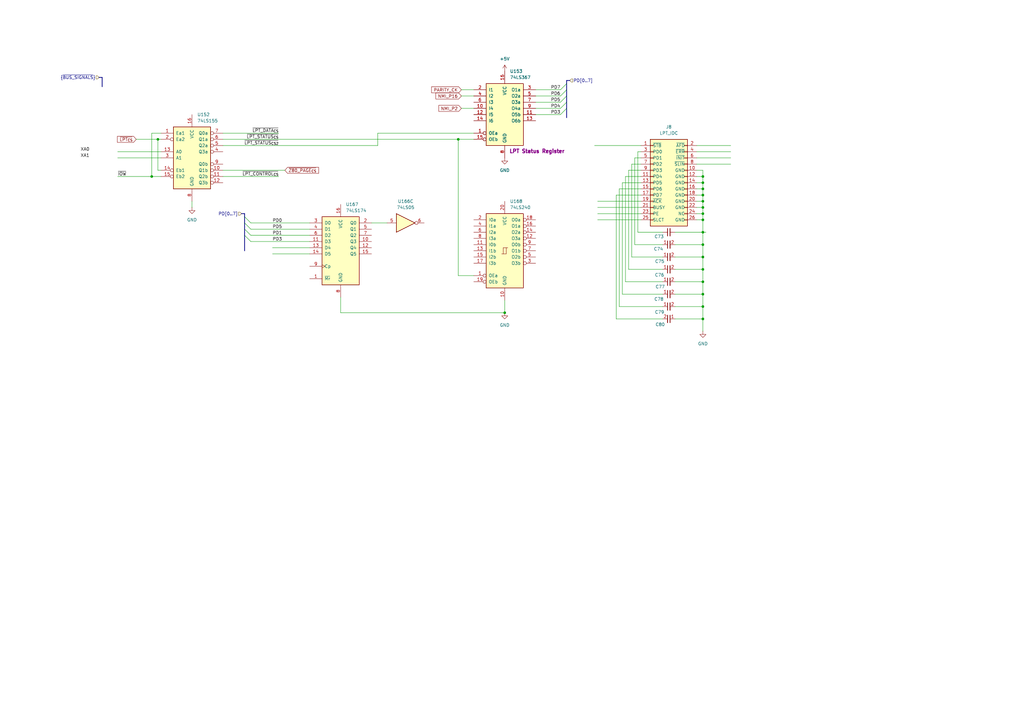
<source format=kicad_sch>
(kicad_sch (version 20250114) (generator "eeschema") (generator_version "9.0")
  (paper "A3")
  (lib_symbols
    (symbol "74xx:74LS05" (pin_names (offset 1.016))
      (property "Reference" "U" (at 0 1.27 0))
      (property "Value" "74LS05" (at 0 -1.27 0))
      (symbol "74LS05_1_0"
        (polyline (pts (xy -3.81 3.81) (xy -3.81 -3.81) (xy 3.81 0) (xy -3.81 3.81)) (stroke (width 0.254)) (fill (type background)))
        (pin input line (at -7.62 0 0) (length 3.81) (name "~") (number "1"))
        (pin open_collector inverted (at 7.62 0 180) (length 3.81) (name "~") (number "2"))
      )
      (symbol "74LS05_2_0"
        (polyline (pts (xy -3.81 3.81) (xy -3.81 -3.81) (xy 3.81 0) (xy -3.81 3.81)) (stroke (width 0.254)) (fill (type background)))
        (pin input line (at -7.62 0 0) (length 3.81) (name "~") (number "3"))
        (pin open_collector inverted (at 7.62 0 180) (length 3.81) (name "~") (number "4"))
      )
      (symbol "74LS05_3_0"
        (polyline (pts (xy -3.81 3.81) (xy -3.81 -3.81) (xy 3.81 0) (xy -3.81 3.81)) (stroke (width 0.254)) (fill (type background)))
        (pin input line (at -7.62 0 0) (length 3.81) (name "~") (number "5"))
        (pin open_collector inverted (at 7.62 0 180) (length 3.81) (name "~") (number "6"))
      )
      (symbol "74LS05_4_0"
        (polyline (pts (xy -3.81 3.81) (xy -3.81 -3.81) (xy 3.81 0) (xy -3.81 3.81)) (stroke (width 0.254)) (fill (type background)))
        (pin input line (at -7.62 0 0) (length 3.81) (name "~") (number "9"))
        (pin open_collector inverted (at 7.62 0 180) (length 3.81) (name "~") (number "8"))
      )
      (symbol "74LS05_5_0"
        (polyline (pts (xy -3.81 3.81) (xy -3.81 -3.81) (xy 3.81 0) (xy -3.81 3.81)) (stroke (width 0.254)) (fill (type background)))
        (pin input line (at -7.62 0 0) (length 3.81) (name "~") (number "11"))
        (pin open_collector inverted (at 7.62 0 180) (length 3.81) (name "~") (number "10"))
      )
      (symbol "74LS05_6_0"
        (polyline (pts (xy -3.81 3.81) (xy -3.81 -3.81) (xy 3.81 0) (xy -3.81 3.81)) (stroke (width 0.254)) (fill (type background)))
        (pin input line (at -7.62 0 0) (length 3.81) (name "~") (number "13"))
        (pin open_collector inverted (at 7.62 0 180) (length 3.81) (name "~") (number "12"))
      )
      (symbol "74LS05_7_0"
        (pin power_in line (at 0 12.7 270) (length 5.08) (name "VCC") (number "14"))
        (pin power_in line (at 0 -12.7 90) (length 5.08) (name "GND") (number "7"))
      )
      (symbol "74LS05_7_1"
        (rectangle (start -5.08 7.62) (end 5.08 -7.62) (stroke (width 0.254)) (fill (type background)))
      )
    )
    (symbol "74xx:74LS155" (pin_names (offset 1.016))
      (property "Reference" "U" (at -7.62 13.97 0))
      (property "Value" "74LS155" (at -7.62 -13.97 0))
      (symbol "74LS155_1_0"
        (pin input line (at -12.7 10.16 0) (length 5.08) (name "Ea1") (number "1"))
        (pin input inverted (at -12.7 7.62 0) (length 5.08) (name "Ea2") (number "2"))
        (pin input line (at -12.7 2.54 0) (length 5.08) (name "A0") (number "13"))
        (pin input line (at -12.7 0 0) (length 5.08) (name "A1") (number "3"))
        (pin input inverted (at -12.7 -5.08 0) (length 5.08) (name "Eb1") (number "14"))
        (pin input inverted (at -12.7 -7.62 0) (length 5.08) (name "Eb2") (number "15"))
        (pin power_in line (at 0 17.78 270) (length 5.08) (name "VCC") (number "16"))
        (pin power_in line (at 0 -17.78 90) (length 5.08) (name "GND") (number "8"))
        (pin output inverted (at 12.7 10.16 180) (length 5.08) (name "Q0a") (number "7"))
        (pin output inverted (at 12.7 7.62 180) (length 5.08) (name "Q1a") (number "6"))
        (pin output inverted (at 12.7 5.08 180) (length 5.08) (name "Q2a") (number "5"))
        (pin output inverted (at 12.7 2.54 180) (length 5.08) (name "Q3a") (number "4"))
        (pin output inverted (at 12.7 -2.54 180) (length 5.08) (name "Q0b") (number "9"))
        (pin output inverted (at 12.7 -5.08 180) (length 5.08) (name "Q1b") (number "10"))
        (pin output inverted (at 12.7 -7.62 180) (length 5.08) (name "Q2b") (number "11"))
        (pin output inverted (at 12.7 -10.16 180) (length 5.08) (name "Q3b") (number "12"))
      )
      (symbol "74LS155_1_1"
        (rectangle (start -7.62 12.7) (end 7.62 -12.7) (stroke (width 0.254)) (fill (type background)))
      )
    )
    (symbol "74xx:74LS174" (pin_names (offset 1.016))
      (property "Reference" "U" (at -7.62 13.97 0))
      (property "Value" "74LS174" (at -7.62 -16.51 0))
      (symbol "74LS174_1_0"
        (pin input line (at -12.7 10.16 0) (length 5.08) (name "D0") (number "3"))
        (pin input line (at -12.7 7.62 0) (length 5.08) (name "D1") (number "4"))
        (pin input line (at -12.7 5.08 0) (length 5.08) (name "D2") (number "6"))
        (pin input line (at -12.7 2.54 0) (length 5.08) (name "D3") (number "11"))
        (pin input line (at -12.7 0 0) (length 5.08) (name "D4") (number "13"))
        (pin input line (at -12.7 -2.54 0) (length 5.08) (name "D5") (number "14"))
        (pin input clock (at -12.7 -7.62 0) (length 5.08) (name "Cp") (number "9"))
        (pin input line (at -12.7 -12.7 0) (length 5.08) (name "~{Mr}") (number "1"))
        (pin power_in line (at 0 17.78 270) (length 5.08) (name "VCC") (number "16"))
        (pin power_in line (at 0 -20.32 90) (length 5.08) (name "GND") (number "8"))
        (pin output line (at 12.7 10.16 180) (length 5.08) (name "Q0") (number "2"))
        (pin output line (at 12.7 7.62 180) (length 5.08) (name "Q1") (number "5"))
        (pin output line (at 12.7 5.08 180) (length 5.08) (name "Q2") (number "7"))
        (pin output line (at 12.7 2.54 180) (length 5.08) (name "Q3") (number "10"))
        (pin output line (at 12.7 0 180) (length 5.08) (name "Q4") (number "12"))
        (pin output line (at 12.7 -2.54 180) (length 5.08) (name "Q5") (number "15"))
      )
      (symbol "74LS174_1_1"
        (rectangle (start -7.62 12.7) (end 7.62 -15.24) (stroke (width 0.254)) (fill (type background)))
      )
    )
    (symbol "74xx:74LS240" (pin_names (offset 1.016))
      (property "Reference" "U" (at -7.62 16.51 0))
      (property "Value" "74LS240" (at -7.62 -16.51 0))
      (symbol "74LS240_1_0"
        (polyline (pts (xy -1.27 -1.27) (xy 0.635 -1.27) (xy 0.635 1.27) (xy 1.27 1.27)))
        (polyline (pts (xy -0.635 -1.27) (xy -0.635 1.27) (xy 0.635 1.27)))
        (pin input line (at -12.7 12.7 0) (length 5.08) (name "I0a") (number "2"))
        (pin input line (at -12.7 10.16 0) (length 5.08) (name "I1a") (number "4"))
        (pin input line (at -12.7 7.62 0) (length 5.08) (name "I2a") (number "6"))
        (pin input line (at -12.7 5.08 0) (length 5.08) (name "I3a") (number "8"))
        (pin input line (at -12.7 2.54 0) (length 5.08) (name "I0b") (number "11"))
        (pin input line (at -12.7 0 0) (length 5.08) (name "I1b") (number "13"))
        (pin input line (at -12.7 -2.54 0) (length 5.08) (name "I2b") (number "15"))
        (pin input line (at -12.7 -5.08 0) (length 5.08) (name "I3b") (number "17"))
        (pin input inverted (at -12.7 -10.16 0) (length 5.08) (name "OEa") (number "1"))
        (pin input inverted (at -12.7 -12.7 0) (length 5.08) (name "OEb") (number "19"))
        (pin power_in line (at 0 20.32 270) (length 5.08) (name "VCC") (number "20"))
        (pin power_in line (at 0 -20.32 90) (length 5.08) (name "GND") (number "10"))
        (pin tri_state inverted (at 12.7 12.7 180) (length 5.08) (name "O0a") (number "18"))
        (pin tri_state inverted (at 12.7 10.16 180) (length 5.08) (name "O1a") (number "16"))
        (pin tri_state inverted (at 12.7 7.62 180) (length 5.08) (name "O2a") (number "14"))
        (pin tri_state inverted (at 12.7 5.08 180) (length 5.08) (name "O3a") (number "12"))
        (pin tri_state inverted (at 12.7 2.54 180) (length 5.08) (name "O0b") (number "9"))
        (pin tri_state inverted (at 12.7 0 180) (length 5.08) (name "O1b") (number "7"))
        (pin tri_state inverted (at 12.7 -2.54 180) (length 5.08) (name "O2b") (number "5"))
        (pin tri_state inverted (at 12.7 -5.08 180) (length 5.08) (name "O3b") (number "3"))
      )
      (symbol "74LS240_1_1"
        (rectangle (start -7.62 15.24) (end 7.62 -15.24) (stroke (width 0.254)) (fill (type background)))
      )
    )
    (symbol "74xx:74LS367" (pin_names (offset 1.016))
      (property "Reference" "U" (at -7.62 13.97 0))
      (property "Value" "74LS367" (at -7.62 -13.97 0))
      (symbol "74LS367_1_0"
        (pin input line (at -12.7 10.16 0) (length 5.08) (name "I1") (number "2"))
        (pin input line (at -12.7 7.62 0) (length 5.08) (name "I2") (number "4"))
        (pin input line (at -12.7 5.08 0) (length 5.08) (name "I3") (number "6"))
        (pin input line (at -12.7 2.54 0) (length 5.08) (name "I4") (number "10"))
        (pin input line (at -12.7 0 0) (length 5.08) (name "I5") (number "12"))
        (pin input line (at -12.7 -2.54 0) (length 5.08) (name "I6") (number "14"))
        (pin input inverted (at -12.7 -7.62 0) (length 5.08) (name "OEa") (number "1"))
        (pin input inverted (at -12.7 -10.16 0) (length 5.08) (name "OEb") (number "15"))
        (pin power_in line (at 0 17.78 270) (length 5.08) (name "VCC") (number "16"))
        (pin power_in line (at 0 -17.78 90) (length 5.08) (name "GND") (number "8"))
        (pin tri_state line (at 12.7 10.16 180) (length 5.08) (name "O1a") (number "3"))
        (pin tri_state line (at 12.7 7.62 180) (length 5.08) (name "O2a") (number "5"))
        (pin tri_state line (at 12.7 5.08 180) (length 5.08) (name "O3a") (number "7"))
        (pin tri_state line (at 12.7 2.54 180) (length 5.08) (name "O4a") (number "9"))
        (pin tri_state line (at 12.7 0 180) (length 5.08) (name "O5b") (number "11"))
        (pin tri_state line (at 12.7 -2.54 180) (length 5.08) (name "O6b") (number "13"))
      )
      (symbol "74LS367_1_1"
        (rectangle (start -7.62 12.7) (end 7.62 -12.7) (stroke (width 0.254)) (fill (type background)))
      )
    )
    (symbol "C_Small_1" (pin_names (offset 0.254) (hide yes))
      (property "Reference" "C" (at 0.254 1.778 0))
      (property "Value" "C_Small" (at 0.254 -2.032 0))
      (symbol "C_Small_1_0_1"
        (polyline (pts (xy -1.524 0.508) (xy 1.524 0.508)) (stroke (width 0.3048)))
        (polyline (pts (xy -1.524 -0.508) (xy 1.524 -0.508)) (stroke (width 0.3302)))
      )
      (symbol "C_Small_1_1_1"
        (pin passive line (at 0 2.54 270) (length 2.032) (name "~") (number "1"))
        (pin passive line (at 0 -2.54 90) (length 2.032) (name "~") (number "2"))
      )
    )
    (symbol "C_Small_2" (pin_names (offset 0.254) (hide yes))
      (property "Reference" "C" (at 0.254 1.778 0))
      (property "Value" "C_Small" (at 0.254 -2.032 0))
      (symbol "C_Small_2_0_1"
        (polyline (pts (xy -1.524 0.508) (xy 1.524 0.508)) (stroke (width 0.3048)))
        (polyline (pts (xy -1.524 -0.508) (xy 1.524 -0.508)) (stroke (width 0.3302)))
      )
      (symbol "C_Small_2_1_1"
        (pin passive line (at 0 2.54 270) (length 2.032) (name "~") (number "1"))
        (pin passive line (at 0 -2.54 90) (length 2.032) (name "~") (number "2"))
      )
    )
    (symbol "C_Small_3" (pin_names (offset 0.254) (hide yes))
      (property "Reference" "C" (at 0.254 1.778 0))
      (property "Value" "C_Small" (at 0.254 -2.032 0))
      (symbol "C_Small_3_0_1"
        (polyline (pts (xy -1.524 0.508) (xy 1.524 0.508)) (stroke (width 0.3048)))
        (polyline (pts (xy -1.524 -0.508) (xy 1.524 -0.508)) (stroke (width 0.3302)))
      )
      (symbol "C_Small_3_1_1"
        (pin passive line (at 0 2.54 270) (length 2.032) (name "~") (number "1"))
        (pin passive line (at 0 -2.54 90) (length 2.032) (name "~") (number "2"))
      )
    )
    (symbol "C_Small_4" (pin_names (offset 0.254) (hide yes))
      (property "Reference" "C" (at 0.254 1.778 0))
      (property "Value" "C_Small" (at 0.254 -2.032 0))
      (symbol "C_Small_4_0_1"
        (polyline (pts (xy -1.524 0.508) (xy 1.524 0.508)) (stroke (width 0.3048)))
        (polyline (pts (xy -1.524 -0.508) (xy 1.524 -0.508)) (stroke (width 0.3302)))
      )
      (symbol "C_Small_4_1_1"
        (pin passive line (at 0 2.54 270) (length 2.032) (name "~") (number "1"))
        (pin passive line (at 0 -2.54 90) (length 2.032) (name "~") (number "2"))
      )
    )
    (symbol "C_Small_5" (pin_names (offset 0.254) (hide yes))
      (property "Reference" "C" (at 0.254 1.778 0))
      (property "Value" "C_Small" (at 0.254 -2.032 0))
      (symbol "C_Small_5_0_1"
        (polyline (pts (xy -1.524 0.508) (xy 1.524 0.508)) (stroke (width 0.3048)))
        (polyline (pts (xy -1.524 -0.508) (xy 1.524 -0.508)) (stroke (width 0.3302)))
      )
      (symbol "C_Small_5_1_1"
        (pin passive line (at 0 2.54 270) (length 2.032) (name "~") (number "1"))
        (pin passive line (at 0 -2.54 90) (length 2.032) (name "~") (number "2"))
      )
    )
    (symbol "C_Small_6" (pin_names (offset 0.254) (hide yes))
      (property "Reference" "C" (at 0.254 1.778 0))
      (property "Value" "C_Small" (at 0.254 -2.032 0))
      (symbol "C_Small_6_0_1"
        (polyline (pts (xy -1.524 0.508) (xy 1.524 0.508)) (stroke (width 0.3048)))
        (polyline (pts (xy -1.524 -0.508) (xy 1.524 -0.508)) (stroke (width 0.3302)))
      )
      (symbol "C_Small_6_1_1"
        (pin passive line (at 0 2.54 270) (length 2.032) (name "~") (number "1"))
        (pin passive line (at 0 -2.54 90) (length 2.032) (name "~") (number "2"))
      )
    )
    (symbol "C_Small_7" (pin_names (offset 0.254) (hide yes))
      (property "Reference" "C" (at 0.254 1.778 0))
      (property "Value" "C_Small" (at 0.254 -2.032 0))
      (symbol "C_Small_7_0_1"
        (polyline (pts (xy -1.524 0.508) (xy 1.524 0.508)) (stroke (width 0.3048)))
        (polyline (pts (xy -1.524 -0.508) (xy 1.524 -0.508)) (stroke (width 0.3302)))
      )
      (symbol "C_Small_7_1_1"
        (pin passive line (at 0 2.54 270) (length 2.032) (name "~") (number "1"))
        (pin passive line (at 0 -2.54 90) (length 2.032) (name "~") (number "2"))
      )
    )
    (symbol "Device:C_Small" (pin_numbers (hide yes)) (pin_names (offset 0.254) (hide yes))
      (property "Reference" "C" (at 0.254 1.778 0))
      (property "Value" "C_Small" (at 0.254 -2.032 0))
      (symbol "C_Small_0_1"
        (polyline (pts (xy -1.524 0.508) (xy 1.524 0.508)) (stroke (width 0.3048)))
        (polyline (pts (xy -1.524 -0.508) (xy 1.524 -0.508)) (stroke (width 0.3302)))
      )
      (symbol "C_Small_1_1"
        (pin passive line (at 0 2.54 270) (length 2.032) (name "~") (number "1"))
        (pin passive line (at 0 -2.54 90) (length 2.032) (name "~") (number "2"))
      )
    )
    (symbol "power:+5V" (power) (pin_numbers (hide yes)) (pin_names (offset 0) (hide yes))
      (property "Value" "+5V" (at 0 3.556 0))
      (symbol "+5V_0_1"
        (polyline (pts (xy -0.762 1.27) (xy 0 2.54)))
        (polyline (pts (xy 0 2.54) (xy 0.762 1.27)))
        (polyline (pts (xy 0 0) (xy 0 2.54)))
      )
      (symbol "+5V_1_1"
        (pin power_in line (at 0 0 90) (length 0) (name "~") (number "1"))
      )
    )
    (symbol "power:GND" (power) (pin_numbers (hide yes)) (pin_names (offset 0) (hide yes))
      (property "Value" "GND" (at 0 -3.81 0))
      (symbol "GND_0_1"
        (polyline (pts (xy 0 0) (xy 0 -1.27) (xy 1.27 -1.27) (xy 0 -2.54) (xy -1.27 -1.27) (xy 0 -1.27)))
      )
      (symbol "GND_1_1"
        (pin power_in line (at 0 0 270) (length 0) (name "~") (number "1"))
      )
    )
    (symbol "seequa:LPT_IDC" (pin_names (offset 1.016))
      (property "Reference" "J" (at 0 19.558 0))
      (property "Value" "LPT_IDC" (at -0.254 -19.558 0))
      (symbol "LPT_IDC_1_1"
        (rectangle (start -7.62 17.78) (end 7.62 -17.78) (stroke (width 0.254)) (fill (type background)))
        (rectangle (start -7.62 15.367) (end -6.35 15.113) (stroke (width 0.1524)))
        (rectangle (start -7.62 12.827) (end -6.35 12.573) (stroke (width 0.1524)))
        (rectangle (start -7.62 10.287) (end -6.35 10.033) (stroke (width 0.1524)))
        (rectangle (start -7.62 7.747) (end -6.35 7.493) (stroke (width 0.1524)))
        (rectangle (start -7.62 5.207) (end -6.35 4.953) (stroke (width 0.1524)))
        (rectangle (start -7.62 2.667) (end -6.35 2.413) (stroke (width 0.1524)))
        (rectangle (start -7.62 0.127) (end -6.35 -0.127) (stroke (width 0.1524)))
        (rectangle (start -7.62 -2.413) (end -6.35 -2.667) (stroke (width 0.1524)))
        (rectangle (start -7.62 -4.953) (end -6.35 -5.207) (stroke (width 0.1524)))
        (rectangle (start -7.62 -7.493) (end -6.35 -7.747) (stroke (width 0.1524)))
        (rectangle (start -7.62 -10.033) (end -6.35 -10.287) (stroke (width 0.1524)))
        (rectangle (start -7.62 -12.573) (end -6.35 -12.827) (stroke (width 0.1524)))
        (rectangle (start -7.62 -15.113) (end -6.35 -15.367) (stroke (width 0.1524)))
        (rectangle (start 6.35 15.367) (end 7.62 15.113) (stroke (width 0.1524)))
        (rectangle (start 7.62 12.827) (end 6.35 12.573) (stroke (width 0.1524)))
        (rectangle (start 7.62 10.287) (end 6.35 10.033) (stroke (width 0.1524)))
        (rectangle (start 7.62 7.747) (end 6.35 7.493) (stroke (width 0.1524)))
        (rectangle (start 7.62 5.207) (end 6.35 4.953) (stroke (width 0.1524)))
        (rectangle (start 7.62 2.667) (end 6.35 2.413) (stroke (width 0.1524)))
        (rectangle (start 7.62 0.127) (end 6.35 -0.127) (stroke (width 0.1524)))
        (rectangle (start 7.62 -2.413) (end 6.35 -2.667) (stroke (width 0.1524)))
        (rectangle (start 7.62 -4.953) (end 6.35 -5.207) (stroke (width 0.1524)))
        (rectangle (start 7.62 -7.493) (end 6.35 -7.747) (stroke (width 0.1524)))
        (rectangle (start 7.62 -10.033) (end 6.35 -10.287) (stroke (width 0.1524)))
        (rectangle (start 7.62 -12.573) (end 6.35 -12.827) (stroke (width 0.1524)))
        (rectangle (start 7.62 -15.113) (end 6.35 -15.367) (stroke (width 0.1524)))
        (pin output line (at -11.43 15.24 0) (length 3.81) (name "~{STB}") (number "1"))
        (pin bidirectional line (at -11.43 12.7 0) (length 3.81) (name "PD0") (number "3"))
        (pin bidirectional line (at -11.43 10.16 0) (length 3.81) (name "PD1") (number "5"))
        (pin bidirectional line (at -11.43 7.62 0) (length 3.81) (name "PD2") (number "7"))
        (pin bidirectional line (at -11.43 5.08 0) (length 3.81) (name "PD3") (number "9"))
        (pin bidirectional line (at -11.43 2.54 0) (length 3.81) (name "PD4") (number "11"))
        (pin bidirectional line (at -11.43 0 0) (length 3.81) (name "PD5") (number "13"))
        (pin bidirectional line (at -11.43 -2.54 0) (length 3.81) (name "PD6") (number "15"))
        (pin bidirectional line (at -11.43 -5.08 0) (length 3.81) (name "PD7") (number "17"))
        (pin input line (at -11.43 -7.62 0) (length 3.81) (name "~{ACK}") (number "19"))
        (pin input line (at -11.43 -10.16 0) (length 3.81) (name "BUSY") (number "21"))
        (pin input line (at -11.43 -12.7 0) (length 3.81) (name "PE") (number "23"))
        (pin input line (at -11.43 -15.24 0) (length 3.81) (name "SLCT") (number "25"))
        (pin output line (at 11.43 15.24 180) (length 3.81) (name "~{AFD}") (number "2"))
        (pin input line (at 11.43 12.7 180) (length 3.81) (name "~{ERR}") (number "4"))
        (pin output line (at 11.43 10.16 180) (length 3.81) (name "~{INIT}") (number "6"))
        (pin output line (at 11.43 7.62 180) (length 3.81) (name "~{SLIN}") (number "8"))
        (pin power_in line (at 11.43 5.08 180) (length 3.81) (name "GND") (number "10"))
        (pin power_in line (at 11.43 2.54 180) (length 3.81) (name "GND") (number "12"))
        (pin power_in line (at 11.43 0 180) (length 3.81) (name "GND") (number "14"))
        (pin power_in line (at 11.43 -2.54 180) (length 3.81) (name "GND") (number "16"))
        (pin power_in line (at 11.43 -5.08 180) (length 3.81) (name "GND") (number "18"))
        (pin power_in line (at 11.43 -7.62 180) (length 3.81) (name "GND") (number "20"))
        (pin power_in line (at 11.43 -10.16 180) (length 3.81) (name "GND") (number "22"))
        (pin passive line (at 11.43 -12.7 180) (length 3.81) (name "NC") (number "24"))
        (pin power_in line (at 11.43 -15.24 180) (length 3.81) (name "GND") (number "26"))
      )
    )
  )
  (junction (at 207.01 128.27))
  (junction (at 288.29 105.41))
  (junction (at 62.23 72.39))
  (junction (at 288.29 82.55))
  (junction (at 288.29 87.63))
  (junction (at 288.29 85.09))
  (junction (at 288.29 130.81))
  (junction (at 64.77 57.15))
  (junction (at 288.29 74.93))
  (junction (at 187.96 57.15))
  (junction (at 288.29 90.17))
  (junction (at 288.29 125.73))
  (junction (at 288.29 77.47))
  (junction (at 288.29 95.25))
  (junction (at 288.29 120.65))
  (junction (at 288.29 110.49))
  (junction (at 288.29 72.39))
  (junction (at 288.29 80.01))
  (junction (at 288.29 100.33))
  (junction (at 288.29 115.57))
  (bus_entry (at 232.41 39.37) (size -2.54 2.54))
  (bus_entry (at 232.41 36.83) (size -2.54 2.54))
  (bus_entry (at 100.33 96.52) (size 2.54 2.54))
  (bus_entry (at 229.87 46.99) (size 2.54 -2.54))
  (bus_entry (at 100.33 91.44) (size 2.54 2.54))
  (bus_entry (at 232.41 34.29) (size -2.54 2.54))
  (bus_entry (at 232.41 41.91) (size -2.54 2.54))
  (bus_entry (at 100.33 88.9) (size 2.54 2.54))
  (bus_entry (at 100.33 93.98) (size 2.54 2.54))
  (wire (pts (xy 288.29 95.25) (xy 276.86 95.25)))
  (wire (pts (xy 288.29 90.17) (xy 288.29 95.25)))
  (bus (pts (xy 232.41 34.29) (xy 232.41 36.83)))
  (wire (pts (xy 91.44 57.15) (xy 187.96 57.15)))
  (wire (pts (xy 91.44 72.39) (xy 114.3 72.39)))
  (wire (pts (xy 288.29 74.93) (xy 288.29 77.47)))
  (wire (pts (xy 285.75 87.63) (xy 288.29 87.63)))
  (wire (pts (xy 288.29 80.01) (xy 288.29 82.55)))
  (wire (pts (xy 288.29 74.93) (xy 285.75 74.93)))
  (wire (pts (xy 261.62 62.23) (xy 261.62 95.25)))
  (bus (pts (xy 100.33 96.52) (xy 100.33 102.87)))
  (wire (pts (xy 285.75 67.31) (xy 299.72 67.31)))
  (wire (pts (xy 91.44 54.61) (xy 114.3 54.61)))
  (wire (pts (xy 288.29 120.65) (xy 276.86 120.65)))
  (wire (pts (xy 252.73 130.81) (xy 252.73 80.01)))
  (wire (pts (xy 262.89 85.09) (xy 245.11 85.09)))
  (wire (pts (xy 271.78 115.57) (xy 256.54 115.57)))
  (wire (pts (xy 62.23 72.39) (xy 66.04 72.39)))
  (wire (pts (xy 288.29 82.55) (xy 285.75 82.55)))
  (wire (pts (xy 288.29 72.39) (xy 285.75 72.39)))
  (wire (pts (xy 189.23 36.83) (xy 194.31 36.83)))
  (wire (pts (xy 219.71 36.83) (xy 229.87 36.83)))
  (wire (pts (xy 62.23 54.61) (xy 66.04 54.61)))
  (wire (pts (xy 288.29 87.63) (xy 288.29 90.17)))
  (wire (pts (xy 66.04 57.15) (xy 64.77 57.15)))
  (wire (pts (xy 288.29 100.33) (xy 276.86 100.33)))
  (bus (pts (xy 232.41 44.45) (xy 232.41 48.26)))
  (wire (pts (xy 288.29 72.39) (xy 288.29 74.93)))
  (wire (pts (xy 48.26 72.39) (xy 62.23 72.39)))
  (wire (pts (xy 187.96 113.03) (xy 194.31 113.03)))
  (wire (pts (xy 152.4 91.44) (xy 158.75 91.44)))
  (wire (pts (xy 285.75 64.77) (xy 299.72 64.77)))
  (wire (pts (xy 271.78 125.73) (xy 254 125.73)))
  (wire (pts (xy 255.27 120.65) (xy 255.27 74.93)))
  (wire (pts (xy 285.75 59.69) (xy 299.72 59.69)))
  (bus (pts (xy 40.64 31.75) (xy 41.91 31.75)))
  (wire (pts (xy 262.89 62.23) (xy 261.62 62.23)))
  (wire (pts (xy 48.26 64.77) (xy 66.04 64.77)))
  (wire (pts (xy 285.75 62.23) (xy 299.72 62.23)))
  (wire (pts (xy 139.7 121.92) (xy 139.7 128.27)))
  (wire (pts (xy 288.29 130.81) (xy 276.86 130.81)))
  (wire (pts (xy 288.29 110.49) (xy 288.29 115.57)))
  (bus (pts (xy 233.68 33.02) (xy 232.41 33.02)))
  (wire (pts (xy 189.23 44.45) (xy 194.31 44.45)))
  (wire (pts (xy 271.78 130.81) (xy 252.73 130.81)))
  (wire (pts (xy 288.29 110.49) (xy 276.86 110.49)))
  (wire (pts (xy 288.29 77.47) (xy 285.75 77.47)))
  (wire (pts (xy 288.29 105.41) (xy 288.29 110.49)))
  (wire (pts (xy 262.89 87.63) (xy 245.11 87.63)))
  (wire (pts (xy 91.44 69.85) (xy 116.84 69.85)))
  (bus (pts (xy 100.33 91.44) (xy 100.33 93.98)))
  (wire (pts (xy 288.29 82.55) (xy 288.29 85.09)))
  (wire (pts (xy 259.08 105.41) (xy 259.08 67.31)))
  (wire (pts (xy 256.54 115.57) (xy 256.54 72.39)))
  (wire (pts (xy 154.94 54.61) (xy 194.31 54.61)))
  (wire (pts (xy 64.77 69.85) (xy 66.04 69.85)))
  (wire (pts (xy 271.78 105.41) (xy 259.08 105.41)))
  (wire (pts (xy 189.23 39.37) (xy 194.31 39.37)))
  (bus (pts (xy 100.33 88.9) (xy 100.33 91.44)))
  (wire (pts (xy 288.29 77.47) (xy 288.29 80.01)))
  (wire (pts (xy 219.71 41.91) (xy 229.87 41.91)))
  (wire (pts (xy 257.81 110.49) (xy 257.81 69.85)))
  (wire (pts (xy 262.89 64.77) (xy 260.35 64.77)))
  (bus (pts (xy 232.41 33.02) (xy 232.41 34.29)))
  (wire (pts (xy 55.88 57.15) (xy 64.77 57.15)))
  (wire (pts (xy 254 125.73) (xy 254 77.47)))
  (wire (pts (xy 48.26 62.23) (xy 66.04 62.23)))
  (wire (pts (xy 262.89 82.55) (xy 245.11 82.55)))
  (wire (pts (xy 289.56 95.25) (xy 288.29 95.25)))
  (wire (pts (xy 260.35 64.77) (xy 260.35 100.33)))
  (wire (pts (xy 271.78 110.49) (xy 257.81 110.49)))
  (wire (pts (xy 288.29 85.09) (xy 285.75 85.09)))
  (bus (pts (xy 232.41 39.37) (xy 232.41 41.91)))
  (wire (pts (xy 102.87 91.44) (xy 127 91.44)))
  (wire (pts (xy 91.44 59.69) (xy 154.94 59.69)))
  (wire (pts (xy 288.29 85.09) (xy 288.29 87.63)))
  (wire (pts (xy 252.73 80.01) (xy 262.89 80.01)))
  (wire (pts (xy 102.87 96.52) (xy 127 96.52)))
  (wire (pts (xy 271.78 120.65) (xy 255.27 120.65)))
  (wire (pts (xy 261.62 95.25) (xy 271.78 95.25)))
  (wire (pts (xy 288.29 69.85) (xy 288.29 72.39)))
  (wire (pts (xy 288.29 100.33) (xy 288.29 105.41)))
  (wire (pts (xy 288.29 69.85) (xy 285.75 69.85)))
  (wire (pts (xy 255.27 74.93) (xy 262.89 74.93)))
  (bus (pts (xy 99.06 87.63) (xy 100.33 87.63)))
  (wire (pts (xy 288.29 115.57) (xy 288.29 120.65)))
  (wire (pts (xy 259.08 67.31) (xy 262.89 67.31)))
  (wire (pts (xy 154.94 59.69) (xy 154.94 54.61)))
  (wire (pts (xy 257.81 69.85) (xy 262.89 69.85)))
  (wire (pts (xy 194.31 57.15) (xy 187.96 57.15)))
  (wire (pts (xy 288.29 80.01) (xy 285.75 80.01)))
  (bus (pts (xy 100.33 93.98) (xy 100.33 96.52)))
  (wire (pts (xy 262.89 90.17) (xy 245.11 90.17)))
  (wire (pts (xy 288.29 105.41) (xy 276.86 105.41)))
  (wire (pts (xy 288.29 120.65) (xy 288.29 125.73)))
  (wire (pts (xy 256.54 72.39) (xy 262.89 72.39)))
  (wire (pts (xy 219.71 39.37) (xy 229.87 39.37)))
  (wire (pts (xy 139.7 128.27) (xy 207.01 128.27)))
  (wire (pts (xy 288.29 115.57) (xy 276.86 115.57)))
  (wire (pts (xy 288.29 125.73) (xy 288.29 130.81)))
  (bus (pts (xy 232.41 36.83) (xy 232.41 39.37)))
  (wire (pts (xy 64.77 57.15) (xy 64.77 69.85)))
  (wire (pts (xy 288.29 90.17) (xy 285.75 90.17)))
  (wire (pts (xy 288.29 125.73) (xy 276.86 125.73)))
  (wire (pts (xy 207.01 128.27) (xy 207.01 123.19)))
  (wire (pts (xy 62.23 72.39) (xy 62.23 54.61)))
  (wire (pts (xy 254 77.47) (xy 262.89 77.47)))
  (wire (pts (xy 102.87 99.06) (xy 127 99.06)))
  (wire (pts (xy 219.71 46.99) (xy 229.87 46.99)))
  (wire (pts (xy 219.71 44.45) (xy 229.87 44.45)))
  (wire (pts (xy 78.74 85.09) (xy 78.74 82.55)))
  (wire (pts (xy 111.76 101.6) (xy 127 101.6)))
  (wire (pts (xy 187.96 57.15) (xy 187.96 113.03)))
  (wire (pts (xy 243.84 59.69) (xy 262.89 59.69)))
  (bus (pts (xy 232.41 41.91) (xy 232.41 44.45)))
  (wire (pts (xy 260.35 100.33) (xy 271.78 100.33)))
  (bus (pts (xy 41.91 31.75) (xy 41.91 35.56)))
  (wire (pts (xy 288.29 130.81) (xy 288.29 135.89)))
  (wire (pts (xy 288.29 95.25) (xy 288.29 100.33)))
  (wire (pts (xy 111.76 104.14) (xy 127 104.14)))
  (bus (pts (xy 100.33 87.63) (xy 100.33 88.9)))
  (wire (pts (xy 102.87 93.98) (xy 127 93.98)))
  (label "~{LPT_STATUS_{CS}}" (at 114.3 57.15 180))
  (label "PD5" (at 111.76 93.98 0))
  (label "PD0" (at 111.76 91.44 0))
  (label "XA1" (at 33.02 64.77 0))
  (label "PD7" (at 229.87 36.83 180))
  (label "~{LPT_CONTROL_{CS}}" (at 114.3 72.39 180))
  (label "PD3" (at 111.76 99.06 0))
  (label "PD4" (at 229.87 44.45 180))
  (label "PD5" (at 229.87 41.91 180))
  (label "~{LPT_STATUS_{CS2}}" (at 114.3 59.69 180))
  (label "XA0" (at 33.02 62.23 0))
  (label "~{IOW}" (at 48.26 72.39 0))
  (label "PD3" (at 229.87 46.99 180))
  (label "PD6" (at 229.87 39.37 180))
  (label "~{LPT_DATA_{CS}}" (at 114.3 54.61 180))
  (label "PD1" (at 111.76 96.52 0))
  (global_label "NMI_P16" (shape input) (at 189.23 39.37 180) (property "Intersheetrefs" "${INTERSHEET_REFS}" (effects (hide yes))))
  (global_label "~{Z80_PAGE_{CS}}" (shape input) (at 116.84 69.85 0) (property "Intersheetrefs" "${INTERSHEET_REFS}" (effects (hide yes))))
  (global_label "PARITY_CK" (shape input) (at 189.23 36.83 180) (property "Intersheetrefs" "${INTERSHEET_REFS}" (effects (hide yes))))
  (global_label "NMI_P2" (shape input) (at 189.23 44.45 180) (property "Intersheetrefs" "${INTERSHEET_REFS}" (effects (hide yes))))
  (global_label "~{LPT_{CS}}" (shape input) (at 55.88 57.15 180) (property "Intersheetrefs" "${INTERSHEET_REFS}" (effects (hide yes))))
  (hierarchical_label "{~{BUS_SIGNALS}}" (shape input) (at 40.64 31.75 180))
  (hierarchical_label "PD[0..7]" (shape input) (at 233.68 33.02 0))
  (hierarchical_label "PD[0..7]" (shape input) (at 99.06 87.63 180))
  (symbol (lib_name "C_Small_3") (lib_id "Device:C_Small") (at 274.32 110.49 90) (unit 1)
    (property "Reference" "C76" (at 270.51 112.776 90))
    (property "Value" "C_Small" (effects (hide yes)))
    (property "Footprint" "seequa_footprints:C_Seequa_Filter_6mm" (effects (hide yes)))
    (property "Description" "Unpolarized capacitor, small symbol" (effects (hide yes)))
  )
  (symbol (lib_id "power:GND") (at 78.74 85.09 0) (unit 1)
    (property "Reference" "#PWR092" (effects (hide yes)))
    (property "Value" "GND" (at 78.74 90.17 0))
    (property "Description" "Power symbol creates a global label with name \"GND\" , ground" (effects (hide yes)))
  )
  (symbol (lib_name "C_Small_2") (lib_id "Device:C_Small") (at 274.32 100.33 90) (unit 1)
    (property "Reference" "C74" (at 272.034 102.108 90) (effects (justify left)))
    (property "Value" "C_Small" (effects (hide yes)))
    (property "Footprint" "seequa_footprints:C_Seequa_Filter_6mm" (effects (hide yes)))
    (property "Description" "Unpolarized capacitor, small symbol" (effects (hide yes)))
  )
  (symbol (lib_id "power:GND") (at 207.01 128.27 0) (unit 1)
    (property "Reference" "#PWR0111" (effects (hide yes)))
    (property "Value" "GND" (at 207.01 133.35 0))
    (property "Description" "Power symbol creates a global label with name \"GND\" , ground" (effects (hide yes)))
  )
  (symbol (lib_name "C_Small_4") (lib_id "Device:C_Small") (at 274.32 105.41 90) (unit 1)
    (property "Reference" "C75" (at 272.542 107.188 90) (effects (justify left)))
    (property "Value" "C_Small" (effects (hide yes)))
    (property "Footprint" "seequa_footprints:C_Seequa_Filter_6mm" (effects (hide yes)))
    (property "Description" "Unpolarized capacitor, small symbol" (effects (hide yes)))
  )
  (symbol (lib_id "74xx:74LS367") (at 207.01 46.99 0) (unit 1)
    (property "Reference" "U153" (at 209.1533 29.21 0) (effects (justify left)))
    (property "Value" "74LS367" (at 209.1533 31.75 0) (effects (justify left)))
    (property "Footprint" "Package_DIP:DIP-16_W7.62mm" (effects (hide yes)))
    (property "Datasheet" "http://www.ti.com/lit/gpn/sn74LS367" (effects (hide yes)))
    (property "Description" "Hex Bus Driver 3-state outputs" (effects (hide yes)))
    (property "seq_partno" "M74LS367AP" (effects (hide yes)))
    (property "seq_silkscreen" "LS367" (effects (hide yes)))
    (property "seq_notes" "LPT Status Register" (at 208.788 61.976 0) (effects (font (size 1.5 1.5) (thickness 0.3) (bold yes)) (justify left)))
  )
  (symbol (lib_id "74xx:74LS155") (at 78.74 64.77 0) (unit 1)
    (property "Reference" "U152" (at 80.8833 46.99 0) (effects (justify left)))
    (property "Value" "74LS155" (at 80.8833 49.53 0) (effects (justify left)))
    (property "Footprint" "Package_DIP:DIP-16_W7.62mm" (effects (hide yes)))
    (property "Datasheet" "http://www.ti.com/lit/gpn/sn74LS155" (effects (hide yes)))
    (property "Description" "Dual 2 to 4 lines Decoder/Demultiplexer" (effects (hide yes)))
    (property "seq_partno" "SN74LS155N" (effects (hide yes)))
    (property "seq_silkscreen" "LS155" (effects (hide yes)))
  )
  (symbol (lib_id "power:GND") (at 207.01 64.77 0) (unit 1)
    (property "Reference" "#PWR0100" (effects (hide yes)))
    (property "Value" "GND" (at 207.01 69.85 0))
    (property "Description" "Power symbol creates a global label with name \"GND\" , ground" (effects (hide yes)))
  )
  (symbol (lib_name "C_Small_7") (lib_id "Device:C_Small") (at 274.32 130.81 270) (mirror x) (unit 1)
    (property "Reference" "C80" (at 270.764 133.096 90))
    (property "Value" "C_Small" (effects (hide yes)))
    (property "Footprint" "seequa_footprints:C_Seequa_Filter_6mm" (effects (hide yes)))
    (property "Description" "Unpolarized capacitor, small symbol" (effects (hide yes)))
  )
  (symbol (lib_id "74xx:74LS240") (at 207.01 102.87 0) (unit 1)
    (property "Reference" "U168" (at 209.1533 82.55 0) (effects (justify left)))
    (property "Value" "74LS240" (at 209.1533 85.09 0) (effects (justify left)))
    (property "Footprint" "Package_DIP:DIP-20_W7.62mm" (effects (hide yes)))
    (property "Datasheet" "http://www.ti.com/lit/ds/symlink/sn74ls240.pdf" (effects (hide yes)))
    (property "Description" "Octal Buffer and Line Driver With 3-State Output, active-low enables, inverting outputs" (effects (hide yes)))
  )
  (symbol (lib_name "C_Small_1") (lib_id "Device:C_Small") (at 274.32 115.57 90) (unit 1)
    (property "Reference" "C77" (at 270.764 117.602 90))
    (property "Value" "C_Small" (effects (hide yes)))
    (property "Footprint" "seequa_footprints:C_Seequa_Filter_6mm" (effects (hide yes)))
    (property "Description" "Unpolarized capacitor, small symbol" (effects (hide yes)))
  )
  (symbol (lib_name "C_Small_5") (lib_id "Device:C_Small") (at 274.32 125.73 90) (unit 1)
    (property "Reference" "C79" (at 270.51 128.016 90))
    (property "Value" "C_Small" (effects (hide yes)))
    (property "Footprint" "seequa_footprints:C_Seequa_Filter_6mm" (effects (hide yes)))
    (property "Description" "Unpolarized capacitor, small symbol" (effects (hide yes)))
  )
  (symbol (lib_id "power:GND") (at 288.29 135.89 0) (unit 1)
    (property "Reference" "#PWR0112" (effects (hide yes)))
    (property "Value" "GND" (at 288.29 140.97 0))
    (property "Description" "Power symbol creates a global label with name \"GND\" , ground" (effects (hide yes)))
  )
  (symbol (lib_id "seequa:LPT_IDC") (at 274.32 74.93 0) (unit 1)
    (property "Reference" "J8" (at 274.32 52.07 0))
    (property "Value" "LPT_IDC" (at 274.32 54.61 0))
    (property "Footprint" "Connector_PinHeader_2.54mm:PinHeader_2x13_P2.54mm_Vertical" (effects (hide yes)))
    (property "Description" "26-Pin Parallel Port IDC Header" (effects (hide yes)))
  )
  (symbol (lib_name "C_Small_6") (lib_id "Device:C_Small") (at 274.32 120.65 90) (unit 1)
    (property "Reference" "C78" (at 270.256 122.682 90))
    (property "Value" "C_Small" (effects (hide yes)))
    (property "Footprint" "seequa_footprints:C_Seequa_Filter_6mm" (effects (hide yes)))
    (property "Description" "Unpolarized capacitor, small symbol" (effects (hide yes)))
  )
  (symbol (lib_id "74xx:74LS174") (at 139.7 101.6 0) (unit 1)
    (property "Reference" "U167" (at 141.8433 83.82 0) (effects (justify left)))
    (property "Value" "74LS174" (at 141.8433 86.36 0) (effects (justify left)))
    (property "Footprint" "Package_DIP:DIP-16_W7.62mm" (effects (hide yes)))
    (property "Datasheet" "http://www.ti.com/lit/gpn/sn74LS174" (effects (hide yes)))
    (property "Description" "Hex D-type Flip-Flop, reset" (effects (hide yes)))
  )
  (symbol (lib_id "74xx:74LS05") (at 166.37 91.44 0) (unit 3)
    (property "Reference" "U166" (at 166.37 82.55 0))
    (property "Value" "74LS05" (at 166.37 85.09 0))
    (property "Footprint" "Package_DIP:DIP-14_W7.62mm" (effects (hide yes)))
    (property "Datasheet" "http://www.ti.com/lit/gpn/sn74LS05" (effects (hide yes)))
    (property "Description" "Inverter Open Collect" (effects (hide yes)))
  )
  (symbol (lib_id "Device:C_Small") (at 274.32 95.25 90) (unit 1)
    (property "Reference" "C73" (at 272.288 97.028 90) (effects (justify left)))
    (property "Value" "C_Small" (effects (hide yes)))
    (property "Footprint" "seequa_footprints:C_Seequa_Filter_6mm" (effects (hide yes)))
    (property "Description" "Unpolarized capacitor, small symbol" (effects (hide yes)))
  )
  (symbol (lib_id "power:+5V") (at 207.01 29.21 0) (unit 1)
    (property "Reference" "#PWR030" (effects (hide yes)))
    (property "Value" "+5V" (at 207.01 24.13 0))
    (property "Description" "Power symbol creates a global label with name \"+5V\"" (effects (hide yes)))
  )
)
</source>
